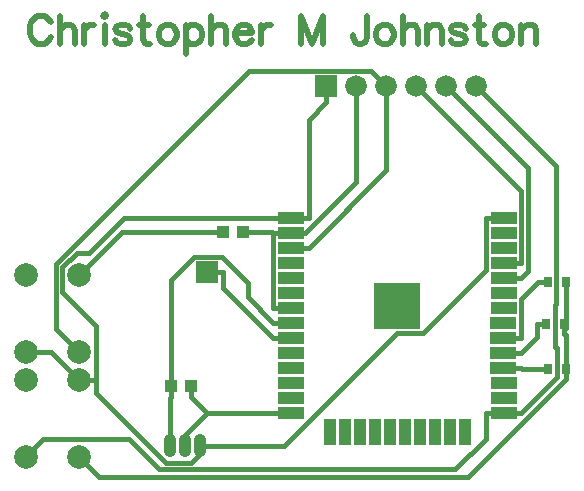
<source format=gtl>
G04 Layer: TopLayer*
G04 EasyEDA v5.9.42, Mon, 25 Mar 2019 00:53:44 GMT*
G04 6dd78dc2daa24722afde4913ee835c01*
G04 Gerber Generator version 0.2*
G04 Scale: 100 percent, Rotated: No, Reflected: No *
G04 Dimensions in inches *
G04 leading zeros omitted , absolute positions ,2 integer and 4 decimal *
%FSLAX24Y24*%
%MOIN*%
G90*
G70D02*

%ADD11C,0.016000*%
%ADD12C,0.020000*%
%ADD13R,0.086614X0.039370*%
%ADD14R,0.039370X0.086614*%
%ADD15R,0.157480X0.157480*%
%ADD16R,0.043300X0.039400*%
%ADD17R,0.030000X0.035000*%
%ADD18C,0.078740*%
%ADD19C,0.072000*%
%ADD20R,0.072000X0.072000*%
%ADD21C,0.039370*%

%LPD*%
G54D11*
G01X17939Y3190D02*
G01X18534Y3190D01*
G01X18534Y3190D02*
G01X19714Y4371D01*
G01X19714Y5348D01*
G01X19664Y5398D01*
G01X19664Y6788D01*
G01X19701Y6825D01*
G01X19701Y11409D01*
G01X17039Y14069D01*
G01X17643Y3190D02*
G01X17939Y3190D01*
G01X17643Y3190D02*
G01X17346Y3190D01*
G01X2013Y1719D02*
G01X2605Y2311D01*
G01X5440Y2311D01*
G01X6448Y1303D01*
G01X16315Y1303D01*
G01X17346Y2332D01*
G01X17346Y3190D01*
G01X4355Y4278D02*
G01X3786Y4278D01*
G01X7810Y2100D02*
G01X7810Y1823D01*
G01X7511Y1525D01*
G01X6682Y1525D01*
G01X4355Y3851D01*
G01X4355Y4278D01*
G01X4355Y4278D01*
G01X4355Y4278D02*
G01X4355Y6082D01*
G01X3232Y7205D01*
G01X3232Y8048D01*
G01X3707Y8523D01*
G01X4119Y8523D01*
G01X5286Y9692D01*
G01X10860Y9692D01*
G01X7810Y2100D02*
G01X10639Y2100D01*
G01X14377Y5836D01*
G01X15246Y5836D01*
G01X17347Y7940D01*
G01X17347Y9690D01*
G01X17942Y9690D02*
G01X17347Y9690D01*
G01X11455Y9692D02*
G01X11455Y12963D01*
G01X12039Y13548D01*
G01X3786Y4278D02*
G01X2844Y5219D01*
G01X2013Y5219D01*
G01X10860Y9692D02*
G01X11455Y9692D01*
G01X12039Y14069D02*
G01X12039Y13548D01*
G01X3786Y5219D02*
G01X3009Y5996D01*
G01X3009Y8140D01*
G01X9440Y14571D01*
G01X13539Y14571D01*
G01X14039Y14069D01*
G01X11452Y8690D02*
G01X14039Y11278D01*
G01X14039Y14069D01*
G01X10859Y8690D02*
G01X11452Y8690D01*
G01X10857Y5692D02*
G01X10264Y5692D01*
G01X8069Y7890D02*
G01X8590Y7890D01*
G01X8590Y7890D02*
G01X8590Y7365D01*
G01X10264Y5692D01*
G01X18534Y7690D02*
G01X18755Y7911D01*
G01X18755Y11355D01*
G01X16039Y14069D01*
G01X17939Y7690D02*
G01X18534Y7690D01*
G01X8600Y9219D02*
G01X5226Y9219D01*
G01X3786Y7778D01*
G01X17939Y5690D02*
G01X18532Y5690D01*
G01X19410Y7540D02*
G01X19098Y7540D01*
G01X19098Y7540D02*
G01X18532Y6973D01*
G01X18532Y5690D01*
G01X17939Y5190D02*
G01X18532Y5190D01*
G01X19369Y6159D02*
G01X19059Y6159D01*
G01X19059Y6159D02*
G01X19059Y5717D01*
G01X18532Y5190D01*
G01X17939Y4690D02*
G01X18532Y4690D01*
G01X19410Y4659D02*
G01X18564Y4659D01*
G01X18532Y4690D01*
G01X10859Y6690D02*
G01X10264Y6690D01*
G01X10265Y9190D02*
G01X10265Y6692D01*
G01X10264Y6690D01*
G01X9260Y9219D02*
G01X10236Y9219D01*
G01X10265Y9190D01*
G01X11339Y9190D02*
G01X13039Y10890D01*
G01X13039Y14069D01*
G01X10860Y9190D02*
G01X11339Y9190D01*
G01X10627Y9190D02*
G01X10860Y9190D01*
G01X10627Y9190D02*
G01X10265Y9190D01*
G01X10264Y6192D02*
G01X9409Y7046D01*
G01X9409Y7525D01*
G01X8543Y8390D01*
G01X7621Y8390D01*
G01X6860Y7630D01*
G01X6860Y4080D01*
G01X10857Y6192D02*
G01X10264Y6192D01*
G01X6860Y3901D02*
G01X6860Y4080D01*
G01X6860Y3901D02*
G01X6860Y3721D01*
G01X6860Y3721D02*
G01X6810Y3671D01*
G01X6810Y2100D01*
G01X8051Y3190D02*
G01X10859Y3190D01*
G01X7519Y3721D02*
G01X8051Y3190D01*
G01X7310Y2100D02*
G01X7310Y2450D01*
G01X8051Y3190D01*
G01X7519Y4080D02*
G01X7519Y3721D01*
G01X20010Y4659D02*
G01X20010Y4323D01*
G01X20010Y4323D02*
G01X16740Y1055D01*
G01X4451Y1055D01*
G01X3786Y1719D01*
G01X19969Y5823D02*
G01X20010Y5784D01*
G01X20010Y4659D01*
G01X19969Y5992D02*
G01X20010Y6032D01*
G01X20010Y7540D01*
G01X19969Y5992D02*
G01X19969Y5823D01*
G01X19969Y6159D02*
G01X19969Y5992D01*
G01X17939Y8190D02*
G01X18534Y8190D01*
G01X18534Y8190D02*
G01X18534Y10576D01*
G01X15039Y14069D01*
G54D12*
G01X2842Y16206D02*
G01X2796Y16297D01*
G01X2705Y16388D01*
G01X2615Y16433D01*
G01X2432Y16433D01*
G01X2342Y16388D01*
G01X2251Y16297D01*
G01X2205Y16206D01*
G01X2159Y16070D01*
G01X2159Y15843D01*
G01X2205Y15706D01*
G01X2251Y15615D01*
G01X2342Y15524D01*
G01X2432Y15479D01*
G01X2615Y15479D01*
G01X2705Y15524D01*
G01X2796Y15615D01*
G01X2842Y15706D01*
G01X3142Y16433D02*
G01X3142Y15479D01*
G01X3142Y15933D02*
G01X3278Y16070D01*
G01X3369Y16115D01*
G01X3505Y16115D01*
G01X3596Y16070D01*
G01X3642Y15933D01*
G01X3642Y15479D01*
G01X3942Y16115D02*
G01X3942Y15479D01*
G01X3942Y15843D02*
G01X3986Y15979D01*
G01X4078Y16070D01*
G01X4169Y16115D01*
G01X4305Y16115D01*
G01X4605Y16433D02*
G01X4651Y16388D01*
G01X4696Y16433D01*
G01X4651Y16479D01*
G01X4605Y16433D01*
G01X4651Y16115D02*
G01X4651Y15479D01*
G01X5496Y15979D02*
G01X5451Y16070D01*
G01X5315Y16115D01*
G01X5178Y16115D01*
G01X5042Y16070D01*
G01X4996Y15979D01*
G01X5042Y15888D01*
G01X5132Y15843D01*
G01X5359Y15797D01*
G01X5451Y15752D01*
G01X5496Y15661D01*
G01X5496Y15615D01*
G01X5451Y15524D01*
G01X5315Y15479D01*
G01X5178Y15479D01*
G01X5042Y15524D01*
G01X4996Y15615D01*
G01X5932Y16433D02*
G01X5932Y15661D01*
G01X5977Y15524D01*
G01X6068Y15479D01*
G01X6160Y15479D01*
G01X5796Y16115D02*
G01X6114Y16115D01*
G01X6686Y16115D02*
G01X6596Y16070D01*
G01X6505Y15979D01*
G01X6460Y15843D01*
G01X6460Y15752D01*
G01X6505Y15615D01*
G01X6596Y15524D01*
G01X6686Y15479D01*
G01X6823Y15479D01*
G01X6914Y15524D01*
G01X7005Y15615D01*
G01X7051Y15752D01*
G01X7051Y15843D01*
G01X7005Y15979D01*
G01X6914Y16070D01*
G01X6823Y16115D01*
G01X6686Y16115D01*
G01X7351Y16115D02*
G01X7351Y15161D01*
G01X7351Y15979D02*
G01X7442Y16070D01*
G01X7532Y16115D01*
G01X7668Y16115D01*
G01X7760Y16070D01*
G01X7851Y15979D01*
G01X7896Y15843D01*
G01X7896Y15752D01*
G01X7851Y15615D01*
G01X7760Y15524D01*
G01X7668Y15479D01*
G01X7532Y15479D01*
G01X7442Y15524D01*
G01X7351Y15615D01*
G01X8196Y16433D02*
G01X8196Y15479D01*
G01X8196Y15933D02*
G01X8332Y16070D01*
G01X8423Y16115D01*
G01X8560Y16115D01*
G01X8651Y16070D01*
G01X8696Y15933D01*
G01X8696Y15479D01*
G01X8996Y15843D02*
G01X9542Y15843D01*
G01X9542Y15933D01*
G01X9496Y16024D01*
G01X9451Y16070D01*
G01X9360Y16115D01*
G01X9223Y16115D01*
G01X9132Y16070D01*
G01X9042Y15979D01*
G01X8996Y15843D01*
G01X8996Y15752D01*
G01X9042Y15615D01*
G01X9132Y15524D01*
G01X9223Y15479D01*
G01X9360Y15479D01*
G01X9451Y15524D01*
G01X9542Y15615D01*
G01X9842Y16115D02*
G01X9842Y15479D01*
G01X9842Y15843D02*
G01X9886Y15979D01*
G01X9977Y16070D01*
G01X10068Y16115D01*
G01X10205Y16115D01*
G01X11205Y16433D02*
G01X11205Y15479D01*
G01X11205Y16433D02*
G01X11568Y15479D01*
G01X11932Y16433D02*
G01X11568Y15479D01*
G01X11932Y16433D02*
G01X11932Y15479D01*
G01X13386Y16433D02*
G01X13386Y15706D01*
G01X13342Y15570D01*
G01X13296Y15524D01*
G01X13205Y15479D01*
G01X13114Y15479D01*
G01X13023Y15524D01*
G01X12977Y15570D01*
G01X12932Y15706D01*
G01X12932Y15797D01*
G01X13914Y16115D02*
G01X13823Y16070D01*
G01X13732Y15979D01*
G01X13686Y15843D01*
G01X13686Y15752D01*
G01X13732Y15615D01*
G01X13823Y15524D01*
G01X13914Y15479D01*
G01X14051Y15479D01*
G01X14142Y15524D01*
G01X14232Y15615D01*
G01X14277Y15752D01*
G01X14277Y15843D01*
G01X14232Y15979D01*
G01X14142Y16070D01*
G01X14051Y16115D01*
G01X13914Y16115D01*
G01X14577Y16433D02*
G01X14577Y15479D01*
G01X14577Y15933D02*
G01X14714Y16070D01*
G01X14805Y16115D01*
G01X14942Y16115D01*
G01X15032Y16070D01*
G01X15077Y15933D01*
G01X15077Y15479D01*
G01X15377Y16115D02*
G01X15377Y15479D01*
G01X15377Y15933D02*
G01X15514Y16070D01*
G01X15605Y16115D01*
G01X15742Y16115D01*
G01X15832Y16070D01*
G01X15877Y15933D01*
G01X15877Y15479D01*
G01X16677Y15979D02*
G01X16632Y16070D01*
G01X16496Y16115D01*
G01X16360Y16115D01*
G01X16223Y16070D01*
G01X16177Y15979D01*
G01X16223Y15888D01*
G01X16314Y15843D01*
G01X16542Y15797D01*
G01X16632Y15752D01*
G01X16677Y15661D01*
G01X16677Y15615D01*
G01X16632Y15524D01*
G01X16496Y15479D01*
G01X16360Y15479D01*
G01X16223Y15524D01*
G01X16177Y15615D01*
G01X17114Y16433D02*
G01X17114Y15661D01*
G01X17160Y15524D01*
G01X17251Y15479D01*
G01X17342Y15479D01*
G01X16977Y16115D02*
G01X17296Y16115D01*
G01X17868Y16115D02*
G01X17777Y16070D01*
G01X17686Y15979D01*
G01X17642Y15843D01*
G01X17642Y15752D01*
G01X17686Y15615D01*
G01X17777Y15524D01*
G01X17868Y15479D01*
G01X18005Y15479D01*
G01X18096Y15524D01*
G01X18186Y15615D01*
G01X18232Y15752D01*
G01X18232Y15843D01*
G01X18186Y15979D01*
G01X18096Y16070D01*
G01X18005Y16115D01*
G01X17868Y16115D01*
G01X18532Y16115D02*
G01X18532Y15479D01*
G01X18532Y15933D02*
G01X18668Y16070D01*
G01X18760Y16115D01*
G01X18896Y16115D01*
G01X18986Y16070D01*
G01X19032Y15933D01*
G01X19032Y15479D01*
G54D13*
G01X17942Y9691D03*
G01X17941Y9189D03*
G01X17940Y8690D03*
G01X17940Y8190D03*
G01X17940Y7690D03*
G01X17940Y7190D03*
G01X17940Y6690D03*
G01X17939Y6191D03*
G01X17939Y5691D03*
G01X17939Y5191D03*
G01X17939Y4691D03*
G01X17940Y4190D03*
G01X17940Y3690D03*
G01X17940Y3190D03*
G01X10860Y9692D03*
G01X10860Y9190D03*
G01X10859Y8691D03*
G01X10859Y8191D03*
G01X10859Y7691D03*
G01X10859Y7191D03*
G01X10859Y6691D03*
G01X10858Y6192D03*
G01X10858Y5692D03*
G01X10858Y5192D03*
G01X10858Y4692D03*
G01X10859Y4191D03*
G01X10859Y3691D03*
G01X10859Y3191D03*
G54D14*
G01X12168Y2560D03*
G01X12668Y2560D03*
G01X13168Y2560D03*
G01X13667Y2559D03*
G01X14167Y2559D03*
G01X14667Y2559D03*
G01X15167Y2559D03*
G01X15668Y2560D03*
G01X16168Y2560D03*
G01X16668Y2560D03*
G54D15*
G01X14399Y6765D03*
G54D16*
G01X6860Y4080D03*
G01X7519Y4080D03*
G01X8600Y9219D03*
G01X9260Y9219D03*
G54D17*
G01X19410Y7540D03*
G01X20010Y7540D03*
G01X19369Y6159D03*
G01X19969Y6159D03*
G01X19410Y4659D03*
G01X20010Y4659D03*
G54D18*
G01X3785Y5220D03*
G01X3785Y7779D03*
G01X2014Y7779D03*
G01X2014Y5220D03*
G01X3785Y1720D03*
G01X3785Y4279D03*
G01X2014Y4279D03*
G01X2014Y1720D03*
G54D19*
G01X17039Y14069D03*
G01X16039Y14069D03*
G01X15039Y14069D03*
G01X14039Y14069D03*
G01X13039Y14069D03*
G54D20*
G01X12039Y14069D03*
G01X8069Y7890D03*
G54D21*
G01X7810Y1903D02*
G01X7810Y2296D01*
G01X7310Y1903D02*
G01X7310Y2296D01*
G01X6810Y1903D02*
G01X6810Y2296D01*
M00*
M02*

</source>
